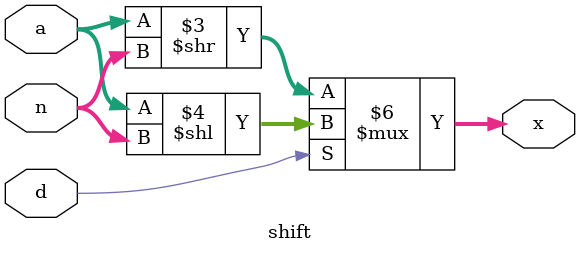
<source format=v>
`timescale 1ns / 1ps


module shift(a, d, n, x);
    input[7:0] a;
    input      d;
    input[2:0] n;
    output reg[7:0] x;

    always @(a or d or n)begin
        if(d == 1'b0) // right
            x <= a >> n;
        else // left
            x <= a << n;
    end
endmodule

</source>
